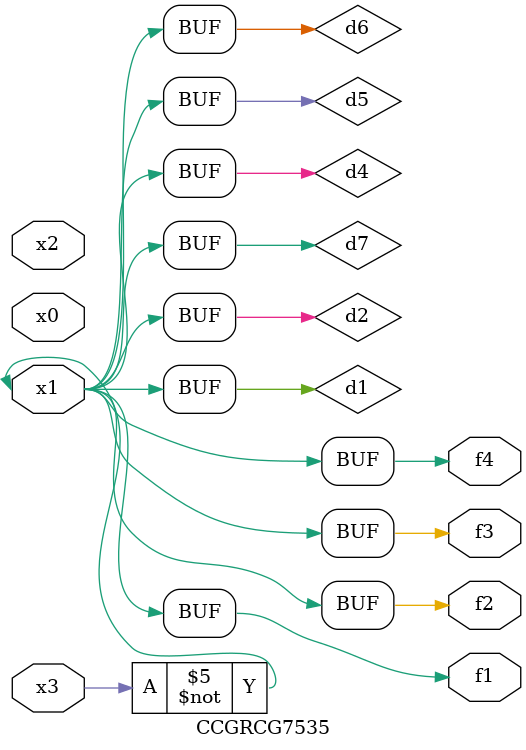
<source format=v>
module CCGRCG7535(
	input x0, x1, x2, x3,
	output f1, f2, f3, f4
);

	wire d1, d2, d3, d4, d5, d6, d7;

	not (d1, x3);
	buf (d2, x1);
	xnor (d3, d1, d2);
	nor (d4, d1);
	buf (d5, d1, d2);
	buf (d6, d4, d5);
	nand (d7, d4);
	assign f1 = d6;
	assign f2 = d7;
	assign f3 = d6;
	assign f4 = d6;
endmodule

</source>
